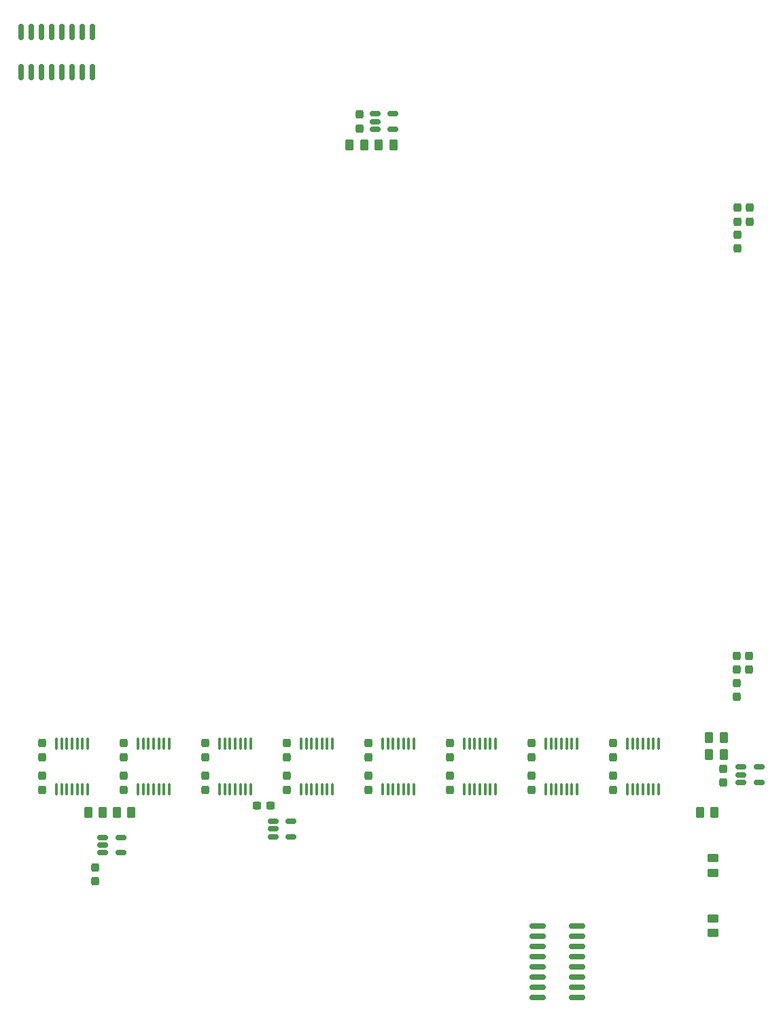
<source format=gtp>
G04 #@! TF.GenerationSoftware,KiCad,Pcbnew,8.0.4-rc2*
G04 #@! TF.CreationDate,2024-08-04T20:39:52-05:00*
G04 #@! TF.ProjectId,backplane_tracer_driver,6261636b-706c-4616-9e65-5f7472616365,rev?*
G04 #@! TF.SameCoordinates,Original*
G04 #@! TF.FileFunction,Paste,Top*
G04 #@! TF.FilePolarity,Positive*
%FSLAX46Y46*%
G04 Gerber Fmt 4.6, Leading zero omitted, Abs format (unit mm)*
G04 Created by KiCad (PCBNEW 8.0.4-rc2) date 2024-08-04 20:39:52*
%MOMM*%
%LPD*%
G01*
G04 APERTURE LIST*
G04 Aperture macros list*
%AMRoundRect*
0 Rectangle with rounded corners*
0 $1 Rounding radius*
0 $2 $3 $4 $5 $6 $7 $8 $9 X,Y pos of 4 corners*
0 Add a 4 corners polygon primitive as box body*
4,1,4,$2,$3,$4,$5,$6,$7,$8,$9,$2,$3,0*
0 Add four circle primitives for the rounded corners*
1,1,$1+$1,$2,$3*
1,1,$1+$1,$4,$5*
1,1,$1+$1,$6,$7*
1,1,$1+$1,$8,$9*
0 Add four rect primitives between the rounded corners*
20,1,$1+$1,$2,$3,$4,$5,0*
20,1,$1+$1,$4,$5,$6,$7,0*
20,1,$1+$1,$6,$7,$8,$9,0*
20,1,$1+$1,$8,$9,$2,$3,0*%
G04 Aperture macros list end*
%ADD10RoundRect,0.150000X-0.512500X-0.150000X0.512500X-0.150000X0.512500X0.150000X-0.512500X0.150000X0*%
%ADD11RoundRect,0.250000X-0.262500X-0.450000X0.262500X-0.450000X0.262500X0.450000X-0.262500X0.450000X0*%
%ADD12RoundRect,0.250000X0.262500X0.450000X-0.262500X0.450000X-0.262500X-0.450000X0.262500X-0.450000X0*%
%ADD13RoundRect,0.237500X0.237500X-0.300000X0.237500X0.300000X-0.237500X0.300000X-0.237500X-0.300000X0*%
%ADD14RoundRect,0.237500X-0.237500X0.300000X-0.237500X-0.300000X0.237500X-0.300000X0.237500X0.300000X0*%
%ADD15RoundRect,0.150000X-0.825000X-0.150000X0.825000X-0.150000X0.825000X0.150000X-0.825000X0.150000X0*%
%ADD16RoundRect,0.250000X-0.450000X0.262500X-0.450000X-0.262500X0.450000X-0.262500X0.450000X0.262500X0*%
%ADD17RoundRect,0.100000X0.100000X-0.637500X0.100000X0.637500X-0.100000X0.637500X-0.100000X-0.637500X0*%
%ADD18RoundRect,0.150000X0.150000X-0.825000X0.150000X0.825000X-0.150000X0.825000X-0.150000X-0.825000X0*%
%ADD19RoundRect,0.237500X0.300000X0.237500X-0.300000X0.237500X-0.300000X-0.237500X0.300000X-0.237500X0*%
G04 APERTURE END LIST*
D10*
X110622500Y-88585000D03*
X110622500Y-89535000D03*
X110622500Y-90485000D03*
X112897500Y-90485000D03*
X112897500Y-88585000D03*
D11*
X106656500Y-86995000D03*
X108481500Y-86995000D03*
D12*
X108481500Y-84934000D03*
X106656500Y-84934000D03*
D13*
X108458000Y-90524500D03*
X108458000Y-88799500D03*
D14*
X30200600Y-101092000D03*
X30200600Y-102817000D03*
D13*
X63119000Y-9117500D03*
X63119000Y-7392500D03*
D15*
X85282000Y-108331000D03*
X85282000Y-109601000D03*
X85282000Y-110871000D03*
X85282000Y-112141000D03*
X85282000Y-113411000D03*
X85282000Y-114681000D03*
X85282000Y-115951000D03*
X85282000Y-117221000D03*
X90232000Y-117221000D03*
X90232000Y-115951000D03*
X90232000Y-114681000D03*
X90232000Y-113411000D03*
X90232000Y-112141000D03*
X90232000Y-110871000D03*
X90232000Y-109601000D03*
X90232000Y-108331000D03*
D10*
X52329500Y-95341400D03*
X52329500Y-96291400D03*
X52329500Y-97241400D03*
X54604500Y-97241400D03*
X54604500Y-95341400D03*
D14*
X110129200Y-74753300D03*
X110129200Y-76478300D03*
D13*
X33782000Y-91413500D03*
X33782000Y-89688500D03*
D12*
X34694500Y-94234000D03*
X32869500Y-94234000D03*
X31138500Y-94234000D03*
X29313500Y-94234000D03*
D16*
X107188000Y-107418500D03*
X107188000Y-109243500D03*
D14*
X64262000Y-85624500D03*
X64262000Y-87349500D03*
X94742000Y-85624500D03*
X94742000Y-87349500D03*
D13*
X54102000Y-91413500D03*
X54102000Y-89688500D03*
D17*
X96475000Y-91381500D03*
X97125000Y-91381500D03*
X97775000Y-91381500D03*
X98425000Y-91381500D03*
X99075000Y-91381500D03*
X99725000Y-91381500D03*
X100375000Y-91381500D03*
X100375000Y-85656500D03*
X99725000Y-85656500D03*
X99075000Y-85656500D03*
X98425000Y-85656500D03*
X97775000Y-85656500D03*
X97125000Y-85656500D03*
X96475000Y-85656500D03*
D10*
X31120500Y-97348000D03*
X31120500Y-98298000D03*
X31120500Y-99248000D03*
X33395500Y-99248000D03*
X33395500Y-97348000D03*
D11*
X105513500Y-94234000D03*
X107338500Y-94234000D03*
D16*
X107188000Y-99925500D03*
X107188000Y-101750500D03*
D17*
X55835000Y-91381500D03*
X56485000Y-91381500D03*
X57135000Y-91381500D03*
X57785000Y-91381500D03*
X58435000Y-91381500D03*
X59085000Y-91381500D03*
X59735000Y-91381500D03*
X59735000Y-85656500D03*
X59085000Y-85656500D03*
X58435000Y-85656500D03*
X57785000Y-85656500D03*
X57135000Y-85656500D03*
X56485000Y-85656500D03*
X55835000Y-85656500D03*
X45675000Y-91381500D03*
X46325000Y-91381500D03*
X46975000Y-91381500D03*
X47625000Y-91381500D03*
X48275000Y-91381500D03*
X48925000Y-91381500D03*
X49575000Y-91381500D03*
X49575000Y-85656500D03*
X48925000Y-85656500D03*
X48275000Y-85656500D03*
X47625000Y-85656500D03*
X46975000Y-85656500D03*
X46325000Y-85656500D03*
X45675000Y-85656500D03*
D13*
X110129200Y-79831100D03*
X110129200Y-78106100D03*
D14*
X23622000Y-85624500D03*
X23622000Y-87349500D03*
D17*
X76155000Y-91381500D03*
X76805000Y-91381500D03*
X77455000Y-91381500D03*
X78105000Y-91381500D03*
X78755000Y-91381500D03*
X79405000Y-91381500D03*
X80055000Y-91381500D03*
X80055000Y-85656500D03*
X79405000Y-85656500D03*
X78755000Y-85656500D03*
X78105000Y-85656500D03*
X77455000Y-85656500D03*
X76805000Y-85656500D03*
X76155000Y-85656500D03*
D14*
X54102000Y-85624500D03*
X54102000Y-87349500D03*
D13*
X23622000Y-91413500D03*
X23622000Y-89688500D03*
D14*
X33782000Y-85624500D03*
X33782000Y-87349500D03*
D13*
X43942000Y-91413500D03*
X43942000Y-89688500D03*
D14*
X111678600Y-18974900D03*
X111678600Y-20699900D03*
X110154600Y-18974900D03*
X110154600Y-20699900D03*
D17*
X65995000Y-91381500D03*
X66645000Y-91381500D03*
X67295000Y-91381500D03*
X67945000Y-91381500D03*
X68595000Y-91381500D03*
X69245000Y-91381500D03*
X69895000Y-91381500D03*
X69895000Y-85656500D03*
X69245000Y-85656500D03*
X68595000Y-85656500D03*
X67945000Y-85656500D03*
X67295000Y-85656500D03*
X66645000Y-85656500D03*
X65995000Y-85656500D03*
X86315000Y-91381500D03*
X86965000Y-91381500D03*
X87615000Y-91381500D03*
X88265000Y-91381500D03*
X88915000Y-91381500D03*
X89565000Y-91381500D03*
X90215000Y-91381500D03*
X90215000Y-85656500D03*
X89565000Y-85656500D03*
X88915000Y-85656500D03*
X88265000Y-85656500D03*
X87615000Y-85656500D03*
X86965000Y-85656500D03*
X86315000Y-85656500D03*
D14*
X43942000Y-85624500D03*
X43942000Y-87349500D03*
D12*
X63671500Y-11168200D03*
X61846500Y-11168200D03*
X67333500Y-11176000D03*
X65508500Y-11176000D03*
D13*
X74422000Y-91413500D03*
X74422000Y-89688500D03*
D10*
X65029500Y-7305000D03*
X65029500Y-8255000D03*
X65029500Y-9205000D03*
X67304500Y-9205000D03*
X67304500Y-7305000D03*
D13*
X64262000Y-91413500D03*
X64262000Y-89688500D03*
X110154600Y-24052700D03*
X110154600Y-22327700D03*
D14*
X84582000Y-85624500D03*
X84582000Y-87349500D03*
X74422000Y-85624500D03*
X74422000Y-87349500D03*
D18*
X20955000Y-2094000D03*
X22225000Y-2094000D03*
X23495000Y-2094000D03*
X24765000Y-2094000D03*
X26035000Y-2094000D03*
X27305000Y-2094000D03*
X28575000Y-2094000D03*
X29845000Y-2094000D03*
X29845000Y2856000D03*
X28575000Y2856000D03*
X27305000Y2856000D03*
X26035000Y2856000D03*
X24765000Y2856000D03*
X23495000Y2856000D03*
X22225000Y2856000D03*
X20955000Y2856000D03*
D17*
X25355000Y-91381500D03*
X26005000Y-91381500D03*
X26655000Y-91381500D03*
X27305000Y-91381500D03*
X27955000Y-91381500D03*
X28605000Y-91381500D03*
X29255000Y-91381500D03*
X29255000Y-85656500D03*
X28605000Y-85656500D03*
X27955000Y-85656500D03*
X27305000Y-85656500D03*
X26655000Y-85656500D03*
X26005000Y-85656500D03*
X25355000Y-85656500D03*
X35515000Y-91381500D03*
X36165000Y-91381500D03*
X36815000Y-91381500D03*
X37465000Y-91381500D03*
X38115000Y-91381500D03*
X38765000Y-91381500D03*
X39415000Y-91381500D03*
X39415000Y-85656500D03*
X38765000Y-85656500D03*
X38115000Y-85656500D03*
X37465000Y-85656500D03*
X36815000Y-85656500D03*
X36165000Y-85656500D03*
X35515000Y-85656500D03*
D13*
X84582000Y-91413500D03*
X84582000Y-89688500D03*
X94742000Y-91413500D03*
X94742000Y-89688500D03*
D14*
X111653200Y-74753300D03*
X111653200Y-76478300D03*
D19*
X52043500Y-93345000D03*
X50318500Y-93345000D03*
M02*

</source>
